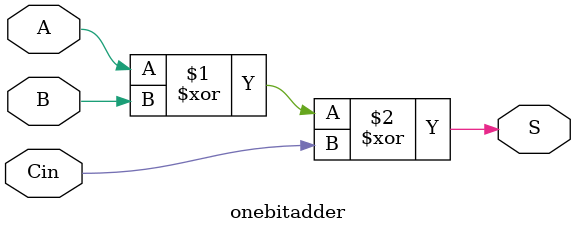
<source format=v>
module onebitadder(S, A, B, Cin);

    input A, B, Cin;
    output S;
    //wire w1, w2, w3;

    xor Sresult(S, A, B, Cin);
    //and AandB(w1, A, B);
    //and AandCin(w2, A, Cin);
    //and BandCin(w3, B, Cin);
    //or OR1(Cout, w1, w2, w3);

endmodule
</source>
